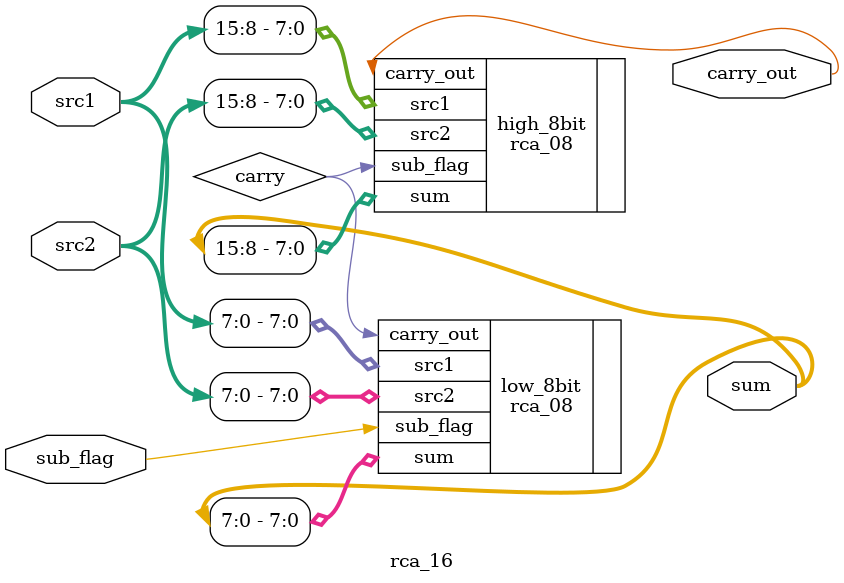
<source format=v>
module rca_16(
    input [15:0] src1,
    input [15:0] src2,
    input sub_flag,
    output [15:0] sum,
    output carry_out
);

    wire carry;

    rca_08 low_8bit(
        .src1       (src1[7:0]),
        .src2       (src2[7:0]),
        .sub_flag   (sub_flag),
        .sum        (sum[7:0]),
        .carry_out  (carry)
    );

    rca_08 high_8bit(
        .src1       (src1[15:8]),
        .src2       (src2[15:8]),
        .sub_flag   (carry),
        .sum        (sum[15:8]),
        .carry_out  (carry_out)
    );
endmodule
</source>
